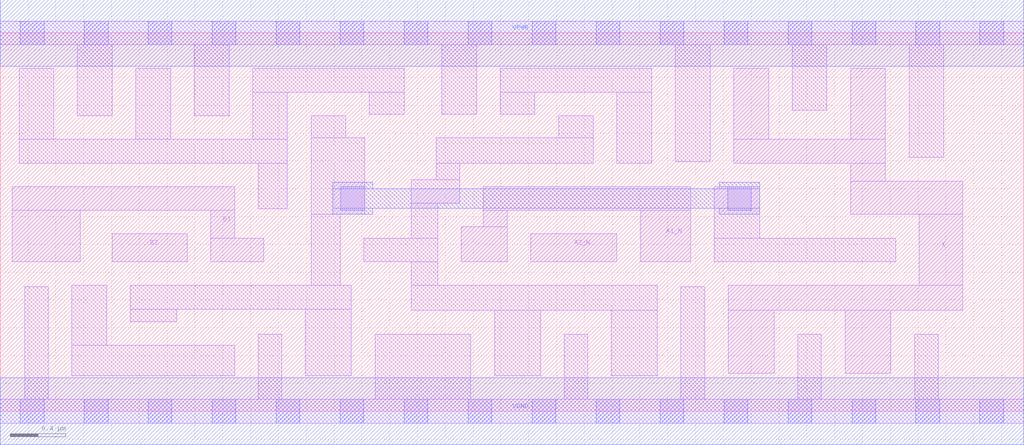
<source format=lef>
# Copyright 2020 The SkyWater PDK Authors
#
# Licensed under the Apache License, Version 2.0 (the "License");
# you may not use this file except in compliance with the License.
# You may obtain a copy of the License at
#
#     https://www.apache.org/licenses/LICENSE-2.0
#
# Unless required by applicable law or agreed to in writing, software
# distributed under the License is distributed on an "AS IS" BASIS,
# WITHOUT WARRANTIES OR CONDITIONS OF ANY KIND, either express or implied.
# See the License for the specific language governing permissions and
# limitations under the License.
#
# SPDX-License-Identifier: Apache-2.0

VERSION 5.7 ;
  NAMESCASESENSITIVE ON ;
  NOWIREEXTENSIONATPIN ON ;
  DIVIDERCHAR "/" ;
  BUSBITCHARS "[]" ;
UNITS
  DATABASE MICRONS 200 ;
END UNITS
MACRO sky130_fd_sc_hd__a2bb2o_4
  CLASS CORE ;
  SOURCE USER ;
  FOREIGN sky130_fd_sc_hd__a2bb2o_4 ;
  ORIGIN  0.000000  0.000000 ;
  SIZE  7.360000 BY  2.720000 ;
  SYMMETRY X Y R90 ;
  SITE unithd ;
  PIN A1_N
    ANTENNAGATEAREA  0.495000 ;
    DIRECTION INPUT ;
    USE SIGNAL ;
    PORT
      LAYER li1 ;
        RECT 3.315000 1.075000 3.645000 1.325000 ;
        RECT 3.475000 1.325000 3.645000 1.445000 ;
        RECT 3.475000 1.445000 4.965000 1.615000 ;
        RECT 4.605000 1.075000 4.965000 1.445000 ;
    END
  END A1_N
  PIN A2_N
    ANTENNAGATEAREA  0.495000 ;
    DIRECTION INPUT ;
    USE SIGNAL ;
    PORT
      LAYER li1 ;
        RECT 3.815000 1.075000 4.435000 1.275000 ;
    END
  END A2_N
  PIN B1
    ANTENNAGATEAREA  0.495000 ;
    DIRECTION INPUT ;
    USE SIGNAL ;
    PORT
      LAYER li1 ;
        RECT 0.085000 1.075000 0.575000 1.445000 ;
        RECT 0.085000 1.445000 1.685000 1.615000 ;
        RECT 1.515000 1.075000 1.895000 1.245000 ;
        RECT 1.515000 1.245000 1.685000 1.445000 ;
    END
  END B1
  PIN B2
    ANTENNAGATEAREA  0.495000 ;
    DIRECTION INPUT ;
    USE SIGNAL ;
    PORT
      LAYER li1 ;
        RECT 0.805000 1.075000 1.345000 1.275000 ;
    END
  END B2
  PIN X
    ANTENNADIFFAREA  0.891000 ;
    DIRECTION OUTPUT ;
    USE SIGNAL ;
    PORT
      LAYER li1 ;
        RECT 5.235000 0.275000 5.565000 0.725000 ;
        RECT 5.235000 0.725000 6.920000 0.905000 ;
        RECT 5.275000 1.785000 6.365000 1.955000 ;
        RECT 5.275000 1.955000 5.525000 2.465000 ;
        RECT 6.075000 0.275000 6.405000 0.725000 ;
        RECT 6.115000 1.415000 6.920000 1.655000 ;
        RECT 6.115000 1.655000 6.365000 1.785000 ;
        RECT 6.115000 1.955000 6.365000 2.465000 ;
        RECT 6.610000 0.905000 6.920000 1.415000 ;
    END
  END X
  PIN VGND
    DIRECTION INOUT ;
    SHAPE ABUTMENT ;
    USE GROUND ;
    PORT
      LAYER met1 ;
        RECT 0.000000 -0.240000 7.360000 0.240000 ;
    END
  END VGND
  PIN VPWR
    DIRECTION INOUT ;
    SHAPE ABUTMENT ;
    USE POWER ;
    PORT
      LAYER met1 ;
        RECT 0.000000 2.480000 7.360000 2.960000 ;
    END
  END VPWR
  OBS
    LAYER li1 ;
      RECT 0.000000 -0.085000 7.360000 0.085000 ;
      RECT 0.000000  2.635000 7.360000 2.805000 ;
      RECT 0.135000  1.785000 2.065000 1.955000 ;
      RECT 0.135000  1.955000 0.385000 2.465000 ;
      RECT 0.175000  0.085000 0.345000 0.895000 ;
      RECT 0.515000  0.255000 1.685000 0.475000 ;
      RECT 0.515000  0.475000 0.765000 0.905000 ;
      RECT 0.555000  2.125000 0.805000 2.635000 ;
      RECT 0.935000  0.645000 1.270000 0.735000 ;
      RECT 0.935000  0.735000 2.525000 0.905000 ;
      RECT 0.975000  1.955000 1.225000 2.465000 ;
      RECT 1.395000  2.125000 1.645000 2.635000 ;
      RECT 1.815000  1.955000 2.065000 2.295000 ;
      RECT 1.815000  2.295000 2.905000 2.465000 ;
      RECT 1.855000  0.085000 2.025000 0.555000 ;
      RECT 1.855000  1.455000 2.065000 1.785000 ;
      RECT 2.195000  0.255000 2.525000 0.735000 ;
      RECT 2.235000  0.905000 2.445000 1.415000 ;
      RECT 2.235000  1.415000 2.620000 1.965000 ;
      RECT 2.235000  1.965000 2.485000 2.125000 ;
      RECT 2.615000  1.075000 3.145000 1.245000 ;
      RECT 2.655000  2.135000 2.905000 2.295000 ;
      RECT 2.695000  0.085000 3.385000 0.555000 ;
      RECT 2.955000  0.725000 4.725000 0.905000 ;
      RECT 2.955000  0.905000 3.145000 1.075000 ;
      RECT 2.955000  1.245000 3.145000 1.495000 ;
      RECT 2.955000  1.495000 3.305000 1.665000 ;
      RECT 3.135000  1.665000 3.305000 1.785000 ;
      RECT 3.135000  1.785000 4.265000 1.965000 ;
      RECT 3.175000  2.135000 3.425000 2.635000 ;
      RECT 3.555000  0.255000 3.885000 0.725000 ;
      RECT 3.595000  2.135000 3.845000 2.295000 ;
      RECT 3.595000  2.295000 4.685000 2.465000 ;
      RECT 4.015000  1.965000 4.265000 2.125000 ;
      RECT 4.055000  0.085000 4.225000 0.555000 ;
      RECT 4.395000  0.255000 4.725000 0.725000 ;
      RECT 4.435000  1.785000 4.685000 2.295000 ;
      RECT 4.855000  1.795000 5.105000 2.635000 ;
      RECT 4.895000  0.085000 5.065000 0.895000 ;
      RECT 5.135000  1.075000 6.440000 1.245000 ;
      RECT 5.135000  1.245000 5.460000 1.615000 ;
      RECT 5.695000  2.165000 5.945000 2.635000 ;
      RECT 5.735000  0.085000 5.905000 0.555000 ;
      RECT 6.535000  1.825000 6.785000 2.635000 ;
      RECT 6.575000  0.085000 6.745000 0.555000 ;
    LAYER mcon ;
      RECT 0.145000 -0.085000 0.315000 0.085000 ;
      RECT 0.145000  2.635000 0.315000 2.805000 ;
      RECT 0.605000 -0.085000 0.775000 0.085000 ;
      RECT 0.605000  2.635000 0.775000 2.805000 ;
      RECT 1.065000 -0.085000 1.235000 0.085000 ;
      RECT 1.065000  2.635000 1.235000 2.805000 ;
      RECT 1.525000 -0.085000 1.695000 0.085000 ;
      RECT 1.525000  2.635000 1.695000 2.805000 ;
      RECT 1.985000 -0.085000 2.155000 0.085000 ;
      RECT 1.985000  2.635000 2.155000 2.805000 ;
      RECT 2.445000 -0.085000 2.615000 0.085000 ;
      RECT 2.445000  2.635000 2.615000 2.805000 ;
      RECT 2.450000  1.445000 2.620000 1.615000 ;
      RECT 2.905000 -0.085000 3.075000 0.085000 ;
      RECT 2.905000  2.635000 3.075000 2.805000 ;
      RECT 3.365000 -0.085000 3.535000 0.085000 ;
      RECT 3.365000  2.635000 3.535000 2.805000 ;
      RECT 3.825000 -0.085000 3.995000 0.085000 ;
      RECT 3.825000  2.635000 3.995000 2.805000 ;
      RECT 4.285000 -0.085000 4.455000 0.085000 ;
      RECT 4.285000  2.635000 4.455000 2.805000 ;
      RECT 4.745000 -0.085000 4.915000 0.085000 ;
      RECT 4.745000  2.635000 4.915000 2.805000 ;
      RECT 5.205000 -0.085000 5.375000 0.085000 ;
      RECT 5.205000  2.635000 5.375000 2.805000 ;
      RECT 5.230000  1.445000 5.400000 1.615000 ;
      RECT 5.665000 -0.085000 5.835000 0.085000 ;
      RECT 5.665000  2.635000 5.835000 2.805000 ;
      RECT 6.125000 -0.085000 6.295000 0.085000 ;
      RECT 6.125000  2.635000 6.295000 2.805000 ;
      RECT 6.585000 -0.085000 6.755000 0.085000 ;
      RECT 6.585000  2.635000 6.755000 2.805000 ;
      RECT 7.045000 -0.085000 7.215000 0.085000 ;
      RECT 7.045000  2.635000 7.215000 2.805000 ;
    LAYER met1 ;
      RECT 2.390000 1.415000 2.680000 1.460000 ;
      RECT 2.390000 1.460000 5.460000 1.600000 ;
      RECT 2.390000 1.600000 2.680000 1.645000 ;
      RECT 5.170000 1.415000 5.460000 1.460000 ;
      RECT 5.170000 1.600000 5.460000 1.645000 ;
  END
END sky130_fd_sc_hd__a2bb2o_4

</source>
